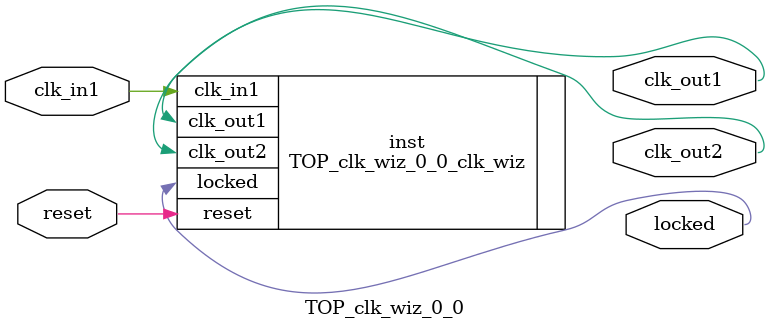
<source format=v>


`timescale 1ps/1ps

(* CORE_GENERATION_INFO = "TOP_clk_wiz_0_0,clk_wiz_v6_0_15_0_0,{component_name=TOP_clk_wiz_0_0,use_phase_alignment=true,use_min_o_jitter=false,use_max_i_jitter=false,use_dyn_phase_shift=false,use_inclk_switchover=false,use_dyn_reconfig=false,enable_axi=0,feedback_source=FDBK_AUTO,PRIMITIVE=PLL,num_out_clk=2,clkin1_period=10.000,clkin2_period=10.000,use_power_down=false,use_reset=true,use_locked=true,use_inclk_stopped=false,feedback_type=SINGLE,CLOCK_MGR_TYPE=NA,manual_override=false}" *)

module TOP_clk_wiz_0_0 
 (
  // Clock out ports
  output        clk_out1,
  output        clk_out2,
  // Status and control signals
  input         reset,
  output        locked,
 // Clock in ports
  input         clk_in1
 );

  TOP_clk_wiz_0_0_clk_wiz inst
  (
  // Clock out ports  
  .clk_out1(clk_out1),
  .clk_out2(clk_out2),
  // Status and control signals               
  .reset(reset), 
  .locked(locked),
 // Clock in ports
  .clk_in1(clk_in1)
  );

endmodule

</source>
